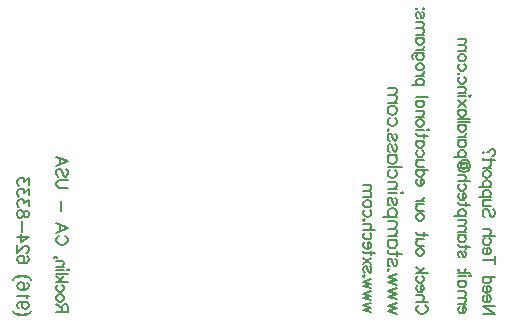
<source format=gbo>
*%FSLAX24Y24*%
*%MOIN*%
G01*
%ADD11C,0.0050*%
%ADD12C,0.0060*%
%ADD13C,0.0072*%
%ADD14C,0.0073*%
%ADD15C,0.0080*%
%ADD16C,0.0100*%
%ADD17C,0.0120*%
%ADD18C,0.0200*%
%ADD19C,0.0260*%
%ADD20C,0.0300*%
%ADD21C,0.0350*%
%ADD22C,0.0380*%
%ADD23C,0.0450*%
%ADD24C,0.0500*%
%ADD25C,0.0530*%
%ADD26C,0.0550*%
%ADD27C,0.0580*%
%ADD28C,0.0620*%
%ADD29C,0.0660*%
%ADD30C,0.0700*%
%ADD31C,0.0750*%
%ADD32C,0.0780*%
%ADD33C,0.0830*%
%ADD34C,0.0950*%
%ADD35C,0.1400*%
%ADD36C,0.1800*%
%ADD37C,0.1880*%
%ADD38R,0.0620X0.0620*%
%ADD39R,0.0700X0.0700*%
%ADD40R,0.0780X0.0780*%
G54D12*
X89518Y73865D02*
X89556Y73903D01*
X89518Y73865D02*
X89461Y73827D01*
X89385Y73789D01*
X89289Y73770D01*
X89213D01*
X89118Y73789D01*
X89042Y73827D01*
X88985Y73865D01*
X88947Y73903D01*
X89442Y73827D02*
X89518Y73865D01*
X89442Y73827D02*
X89385Y73808D01*
X89289Y73789D01*
X89213D01*
X89118Y73808D01*
X89061Y73827D01*
X88985Y73865D01*
X89289Y74208D02*
X89347Y74227D01*
X89289Y74208D02*
X89251Y74170D01*
X89232Y74113D01*
Y74094D01*
X89251Y74037D01*
X89289Y73999D01*
X89347Y73979D01*
X89366D01*
X89423Y73999D01*
X89461Y74037D01*
X89480Y74094D01*
Y74113D01*
X89461Y74170D01*
X89423Y74208D01*
X89347Y74227D01*
X89251D01*
X89156Y74208D01*
X89099Y74170D01*
X89080Y74113D01*
Y74075D01*
X89099Y74018D01*
X89137Y73999D01*
X89404Y74336D02*
X89423Y74374D01*
X89480Y74431D01*
X89080D01*
X89423Y74857D02*
X89461Y74838D01*
X89480Y74781D01*
Y74743D01*
X89461Y74686D01*
X89404Y74648D01*
X89309Y74629D01*
X89213D01*
X89137Y74648D01*
X89099Y74686D01*
X89080Y74743D01*
Y74762D01*
X89099Y74819D01*
X89137Y74857D01*
X89194Y74876D01*
X89213D01*
X89270Y74857D01*
X89309Y74819D01*
X89328Y74762D01*
Y74743D01*
X89309Y74686D01*
X89270Y74648D01*
X89213Y74629D01*
X89556Y74964D02*
X89518Y75002D01*
X89461Y75040D01*
X89385Y75078D01*
X89289Y75097D01*
X89213D01*
X89118Y75078D01*
X89042Y75040D01*
X88985Y75002D01*
X88947Y74964D01*
X89442Y75040D02*
X89518Y75002D01*
X89442Y75040D02*
X89385Y75059D01*
X89289Y75078D01*
X89213D01*
X89118Y75059D01*
X89061Y75040D01*
X88985Y75002D01*
X89423Y75737D02*
X89461Y75718D01*
X89480Y75661D01*
Y75623D01*
X89461Y75566D01*
X89404Y75528D01*
X89309Y75509D01*
X89213D01*
X89137Y75528D01*
X89099Y75566D01*
X89080Y75623D01*
Y75642D01*
X89099Y75699D01*
X89137Y75737D01*
X89194Y75756D01*
X89213D01*
X89270Y75737D01*
X89309Y75699D01*
X89328Y75642D01*
Y75623D01*
X89309Y75566D01*
X89270Y75528D01*
X89213Y75509D01*
X89385Y75863D02*
X89404D01*
X89442Y75882D01*
X89461Y75901D01*
X89480Y75939D01*
Y76015D01*
X89461Y76053D01*
X89442Y76072D01*
X89404Y76091D01*
X89366D01*
X89328Y76072D01*
X89270Y76034D01*
X89080Y75844D01*
Y76110D01*
X89213Y76200D02*
X89480Y76390D01*
X89213Y76486D02*
Y76200D01*
X89080Y76390D02*
X89480D01*
X89251Y76556D02*
Y76899D01*
X89461Y77055D02*
X89480Y77112D01*
X89461Y77055D02*
X89423Y77036D01*
X89385D01*
X89347Y77055D01*
X89328Y77093D01*
X89309Y77169D01*
X89289Y77226D01*
X89251Y77264D01*
X89213Y77284D01*
X89156D01*
X89118Y77264D01*
X89099Y77245D01*
X89080Y77188D01*
Y77112D01*
X89099Y77055D01*
X89118Y77036D01*
X89156Y77017D01*
X89213D01*
X89251Y77036D01*
X89289Y77074D01*
X89309Y77131D01*
X89328Y77207D01*
X89347Y77245D01*
X89385Y77264D01*
X89423D01*
X89461Y77245D01*
X89480Y77188D01*
Y77112D01*
Y77411D02*
Y77621D01*
X89328Y77506D01*
Y77563D01*
X89309Y77602D01*
X89289Y77621D01*
X89232Y77640D01*
X89194D01*
X89137Y77621D01*
X89099Y77583D01*
X89080Y77525D01*
Y77468D01*
X89099Y77411D01*
X89118Y77392D01*
X89156Y77373D01*
X89480Y77767D02*
Y77977D01*
X89328Y77862D01*
Y77920D01*
X89309Y77958D01*
X89289Y77977D01*
X89232Y77996D01*
X89194D01*
X89137Y77977D01*
X89099Y77939D01*
X89080Y77881D01*
Y77824D01*
X89099Y77767D01*
X89118Y77748D01*
X89156Y77729D01*
X89480Y78123D02*
Y78333D01*
X89328Y78219D01*
Y78276D01*
X89309Y78314D01*
X89289Y78333D01*
X89232Y78352D01*
X89194D01*
X89137Y78333D01*
X89099Y78295D01*
X89080Y78238D01*
Y78180D01*
X89099Y78123D01*
X89118Y78104D01*
X89156Y78085D01*
X100630Y73946D02*
X100897Y73870D01*
Y74022D02*
X100630Y73946D01*
Y74099D02*
X100897Y74022D01*
Y74175D02*
X100630Y74099D01*
Y74344D02*
X100897Y74268D01*
Y74420D02*
X100630Y74344D01*
Y74497D02*
X100897Y74420D01*
Y74573D02*
X100630Y74497D01*
Y74742D02*
X100897Y74666D01*
Y74818D02*
X100630Y74742D01*
Y74895D02*
X100897Y74818D01*
Y74971D02*
X100630Y74895D01*
X100649Y75064D02*
X100668Y75083D01*
X100649Y75064D02*
X100630Y75083D01*
X100649Y75102D01*
X100668Y75083D01*
X100839Y75399D02*
X100878Y75380D01*
X100897Y75323D01*
Y75266D01*
X100878Y75209D01*
X100839Y75190D01*
X100801Y75209D01*
X100782Y75247D01*
X100763Y75342D01*
X100744Y75380D01*
X100706Y75399D01*
X100687D01*
X100649Y75380D01*
X100630Y75323D01*
Y75266D01*
X100649Y75209D01*
X100687Y75190D01*
X100897Y75483D02*
X100630Y75692D01*
Y75483D02*
X100897Y75692D01*
X101030Y75833D02*
X100706D01*
X100649Y75852D01*
X100630Y75891D01*
Y75929D01*
X100897Y75910D02*
Y75776D01*
X100782Y75986D02*
Y76214D01*
X100820D01*
X100859Y76195D01*
X100878Y76176D01*
X100897Y76138D01*
Y76081D01*
X100878Y76043D01*
X100839Y76005D01*
X100782Y75986D01*
X100744D01*
X100687Y76005D01*
X100649Y76043D01*
X100630Y76081D01*
Y76138D01*
X100649Y76176D01*
X100687Y76214D01*
X100878Y76490D02*
X100839Y76528D01*
X100878Y76490D02*
X100897Y76452D01*
Y76395D01*
X100878Y76357D01*
X100839Y76319D01*
X100782Y76300D01*
X100744D01*
X100687Y76319D01*
X100649Y76357D01*
X100630Y76395D01*
Y76452D01*
X100649Y76490D01*
X100687Y76528D01*
X100630Y76614D02*
X101030D01*
X100878Y76671D02*
X100820Y76614D01*
X100878Y76671D02*
X100897Y76709D01*
Y76767D01*
X100878Y76805D01*
X100820Y76824D01*
X100630D01*
X100649Y76928D02*
X100668Y76947D01*
X100649Y76928D02*
X100630Y76947D01*
X100649Y76966D01*
X100668Y76947D01*
X100878Y77245D02*
X100839Y77283D01*
X100878Y77245D02*
X100897Y77206D01*
Y77149D01*
X100878Y77111D01*
X100839Y77073D01*
X100782Y77054D01*
X100744D01*
X100687Y77073D01*
X100649Y77111D01*
X100630Y77149D01*
Y77206D01*
X100649Y77245D01*
X100687Y77283D01*
X100878Y77425D02*
X100897Y77464D01*
X100878Y77425D02*
X100839Y77387D01*
X100782Y77368D01*
X100744D01*
X100687Y77387D01*
X100649Y77425D01*
X100630Y77464D01*
Y77521D01*
X100649Y77559D01*
X100687Y77597D01*
X100744Y77616D01*
X100782D01*
X100839Y77597D01*
X100878Y77559D01*
X100897Y77521D01*
Y77464D01*
Y77703D02*
X100630D01*
X100820D02*
X100878Y77761D01*
X100897Y77799D01*
Y77856D01*
X100878Y77894D01*
X100820Y77913D01*
X100630D01*
X100820D02*
X100878Y77970D01*
X100897Y78008D01*
Y78065D01*
X100878Y78103D01*
X100820Y78122D01*
X100630D01*
X102685Y74116D02*
X102723Y74097D01*
X102761Y74059D01*
X102780Y74020D01*
Y73944D01*
X102761Y73906D01*
X102723Y73868D01*
X102685Y73849D01*
X102628Y73830D01*
X102532D01*
X102475Y73849D01*
X102437Y73868D01*
X102399Y73906D01*
X102380Y73944D01*
Y74020D01*
X102399Y74059D01*
X102437Y74097D01*
X102475Y74116D01*
X102380Y74228D02*
X102780D01*
X102628Y74285D02*
X102570Y74228D01*
X102628Y74285D02*
X102647Y74323D01*
Y74380D01*
X102628Y74418D01*
X102570Y74437D01*
X102380D01*
X102532Y74542D02*
Y74771D01*
X102570D01*
X102609Y74752D01*
X102628Y74733D01*
X102647Y74695D01*
Y74637D01*
X102628Y74599D01*
X102589Y74561D01*
X102532Y74542D01*
X102494D01*
X102437Y74561D01*
X102399Y74599D01*
X102380Y74637D01*
Y74695D01*
X102399Y74733D01*
X102437Y74771D01*
X102628Y75047D02*
X102589Y75085D01*
X102628Y75047D02*
X102647Y75009D01*
Y74952D01*
X102628Y74914D01*
X102589Y74875D01*
X102532Y74856D01*
X102494D01*
X102437Y74875D01*
X102399Y74914D01*
X102380Y74952D01*
Y75009D01*
X102399Y75047D01*
X102437Y75085D01*
X102380Y75171D02*
X102780D01*
X102647Y75361D02*
X102456Y75171D01*
X102532Y75247D02*
X102380Y75380D01*
X102628Y75814D02*
X102647Y75852D01*
X102628Y75814D02*
X102589Y75776D01*
X102532Y75757D01*
X102494D01*
X102437Y75776D01*
X102399Y75814D01*
X102380Y75852D01*
Y75910D01*
X102399Y75948D01*
X102437Y75986D01*
X102494Y76005D01*
X102532D01*
X102589Y75986D01*
X102628Y75948D01*
X102647Y75910D01*
Y75852D01*
Y76092D02*
X102456D01*
X102399Y76111D01*
X102380Y76149D01*
Y76207D01*
X102399Y76245D01*
X102456Y76302D01*
X102380D02*
X102647D01*
X102780Y76464D02*
X102456D01*
X102399Y76483D01*
X102380Y76521D01*
Y76559D01*
X102647Y76540D02*
Y76407D01*
X102628Y76987D02*
X102647Y77026D01*
X102628Y76987D02*
X102589Y76949D01*
X102532Y76930D01*
X102494D01*
X102437Y76949D01*
X102399Y76987D01*
X102380Y77026D01*
Y77083D01*
X102399Y77121D01*
X102437Y77159D01*
X102494Y77178D01*
X102532D01*
X102589Y77159D01*
X102628Y77121D01*
X102647Y77083D01*
Y77026D01*
Y77265D02*
X102456D01*
X102399Y77284D01*
X102380Y77323D01*
Y77380D01*
X102399Y77418D01*
X102456Y77475D01*
X102380D02*
X102647D01*
Y77580D02*
X102380D01*
X102532D02*
X102589Y77599D01*
X102628Y77637D01*
X102647Y77675D01*
Y77732D01*
X102532Y78082D02*
Y78311D01*
X102570D01*
X102609Y78292D01*
X102628Y78273D01*
X102647Y78235D01*
Y78178D01*
X102628Y78140D01*
X102589Y78101D01*
X102532Y78082D01*
X102494D01*
X102437Y78101D01*
X102399Y78140D01*
X102380Y78178D01*
Y78235D01*
X102399Y78273D01*
X102437Y78311D01*
X102380Y78625D02*
X102780D01*
X102628Y78587D02*
X102589Y78625D01*
X102628Y78587D02*
X102647Y78549D01*
Y78492D01*
X102628Y78454D01*
X102589Y78416D01*
X102532Y78397D01*
X102494D01*
X102437Y78416D01*
X102399Y78454D01*
X102380Y78492D01*
Y78549D01*
X102399Y78587D01*
X102437Y78625D01*
X102456Y78732D02*
X102647D01*
X102456D02*
X102399Y78751D01*
X102380Y78789D01*
Y78846D01*
X102399Y78884D01*
X102456Y78941D01*
X102380D02*
X102647D01*
X102628Y79236D02*
X102589Y79275D01*
X102628Y79236D02*
X102647Y79198D01*
Y79141D01*
X102628Y79103D01*
X102589Y79065D01*
X102532Y79046D01*
X102494D01*
X102437Y79065D01*
X102399Y79103D01*
X102380Y79141D01*
Y79198D01*
X102399Y79236D01*
X102437Y79275D01*
X102380Y79589D02*
X102647D01*
X102628Y79551D02*
X102589Y79589D01*
X102628Y79551D02*
X102647Y79513D01*
Y79455D01*
X102628Y79417D01*
X102589Y79379D01*
X102532Y79360D01*
X102494D01*
X102437Y79379D01*
X102399Y79417D01*
X102380Y79455D01*
Y79513D01*
X102399Y79551D01*
X102437Y79589D01*
X102456Y79753D02*
X102780D01*
X102456D02*
X102399Y79772D01*
X102380Y79810D01*
Y79848D01*
X102647Y79829D02*
Y79695D01*
X102780Y79943D02*
X102761Y79962D01*
X102780Y79981D01*
X102799Y79962D01*
X102780Y79943D01*
X102647Y79962D02*
X102380D01*
X102628Y80109D02*
X102647Y80147D01*
X102628Y80109D02*
X102589Y80071D01*
X102532Y80052D01*
X102494D01*
X102437Y80071D01*
X102399Y80109D01*
X102380Y80147D01*
Y80204D01*
X102399Y80242D01*
X102437Y80280D01*
X102494Y80299D01*
X102532D01*
X102589Y80280D01*
X102628Y80242D01*
X102647Y80204D01*
Y80147D01*
Y80387D02*
X102380D01*
X102570D02*
X102628Y80444D01*
X102647Y80482D01*
Y80539D01*
X102628Y80577D01*
X102570Y80596D01*
X102380D01*
Y80929D02*
X102647D01*
X102628Y80891D02*
X102589Y80929D01*
X102628Y80891D02*
X102647Y80853D01*
Y80796D01*
X102628Y80758D01*
X102589Y80720D01*
X102532Y80701D01*
X102494D01*
X102437Y80720D01*
X102399Y80758D01*
X102380Y80796D01*
Y80853D01*
X102399Y80891D01*
X102437Y80929D01*
X102380Y81036D02*
X102780D01*
X102647Y81434D02*
X102247D01*
X102589D02*
X102628Y81472D01*
X102647Y81510D01*
Y81567D01*
X102628Y81605D01*
X102589Y81644D01*
X102532Y81663D01*
X102494D01*
X102437Y81644D01*
X102399Y81605D01*
X102380Y81567D01*
Y81510D01*
X102399Y81472D01*
X102437Y81434D01*
X102380Y81748D02*
X102647D01*
X102589Y81767D02*
X102532Y81748D01*
X102589Y81767D02*
X102628Y81805D01*
X102647Y81844D01*
Y81901D01*
X102628Y81994D02*
X102647Y82032D01*
X102628Y81994D02*
X102589Y81956D01*
X102532Y81937D01*
X102494D01*
X102437Y81956D01*
X102399Y81994D01*
X102380Y82032D01*
Y82089D01*
X102399Y82127D01*
X102437Y82165D01*
X102494Y82184D01*
X102532D01*
X102589Y82165D01*
X102628Y82127D01*
X102647Y82089D01*
Y82032D01*
Y82501D02*
X102342D01*
X102285Y82481D01*
X102266Y82462D01*
X102247Y82424D01*
Y82367D01*
X102266Y82329D01*
X102589Y82501D02*
X102628Y82462D01*
X102647Y82424D01*
Y82367D01*
X102628Y82329D01*
X102589Y82291D01*
X102532Y82272D01*
X102494D01*
X102437Y82291D01*
X102399Y82329D01*
X102380Y82367D01*
Y82424D01*
X102399Y82462D01*
X102437Y82501D01*
X102380Y82607D02*
X102647D01*
X102589Y82626D02*
X102532Y82607D01*
X102589Y82626D02*
X102628Y82664D01*
X102647Y82702D01*
Y82760D01*
Y83024D02*
X102380D01*
X102589D02*
X102628Y82986D01*
X102647Y82948D01*
Y82891D01*
X102628Y82853D01*
X102589Y82815D01*
X102532Y82796D01*
X102494D01*
X102437Y82815D01*
X102399Y82853D01*
X102380Y82891D01*
Y82948D01*
X102399Y82986D01*
X102437Y83024D01*
X102380Y83131D02*
X102647D01*
X102628Y83188D02*
X102570Y83131D01*
X102628Y83188D02*
X102647Y83226D01*
Y83283D01*
X102628Y83321D01*
X102570Y83340D01*
X102380D01*
X102570D02*
X102628Y83397D01*
X102647Y83436D01*
Y83493D01*
X102628Y83531D01*
X102570Y83550D01*
X102380D01*
X102589Y83885D02*
X102628Y83866D01*
X102647Y83809D01*
Y83752D01*
X102628Y83695D01*
X102589Y83675D01*
X102551Y83695D01*
X102532Y83733D01*
X102513Y83828D01*
X102494Y83866D01*
X102456Y83885D01*
X102437D01*
X102399Y83866D01*
X102380Y83809D01*
Y83752D01*
X102399Y83695D01*
X102437Y83675D01*
X102628Y83969D02*
X102647Y83988D01*
X102628Y83969D02*
X102609Y83988D01*
X102628Y84007D01*
X102647Y83988D01*
X102418D02*
X102399Y83969D01*
X102380Y83988D01*
X102399Y84007D01*
X102418Y83988D01*
X90780Y73870D02*
X90380D01*
X90780D02*
Y74041D01*
X90761Y74099D01*
X90742Y74118D01*
X90704Y74137D01*
X90666D01*
X90628Y74118D01*
X90609Y74099D01*
X90589Y74041D01*
Y73870D01*
Y74003D02*
X90380Y74137D01*
X90628Y74283D02*
X90647Y74321D01*
X90628Y74283D02*
X90589Y74245D01*
X90532Y74226D01*
X90494D01*
X90437Y74245D01*
X90399Y74283D01*
X90380Y74321D01*
Y74378D01*
X90399Y74417D01*
X90437Y74455D01*
X90494Y74474D01*
X90532D01*
X90589Y74455D01*
X90628Y74417D01*
X90647Y74378D01*
Y74321D01*
X90628Y74752D02*
X90589Y74790D01*
X90628Y74752D02*
X90647Y74714D01*
Y74656D01*
X90628Y74618D01*
X90589Y74580D01*
X90532Y74561D01*
X90494D01*
X90437Y74580D01*
X90399Y74618D01*
X90380Y74656D01*
Y74714D01*
X90399Y74752D01*
X90437Y74790D01*
X90380Y74876D02*
X90780D01*
X90647Y75066D02*
X90456Y74876D01*
X90532Y74952D02*
X90380Y75085D01*
Y75148D02*
X90780D01*
Y75270D02*
X90761Y75289D01*
X90780Y75308D01*
X90799Y75289D01*
X90780Y75270D01*
X90647Y75289D02*
X90380D01*
Y75378D02*
X90647D01*
X90628Y75435D02*
X90570Y75378D01*
X90628Y75435D02*
X90647Y75473D01*
Y75531D01*
X90628Y75569D01*
X90570Y75588D01*
X90380D01*
Y75712D02*
X90399Y75731D01*
X90380Y75712D02*
X90399Y75692D01*
X90418Y75712D01*
X90399Y75731D01*
X90361D01*
X90323Y75712D01*
X90304Y75692D01*
X90685Y76418D02*
X90723Y76399D01*
X90761Y76361D01*
X90780Y76323D01*
Y76247D01*
X90761Y76209D01*
X90723Y76170D01*
X90685Y76151D01*
X90628Y76132D01*
X90532D01*
X90475Y76151D01*
X90437Y76170D01*
X90399Y76209D01*
X90380Y76247D01*
Y76323D01*
X90399Y76361D01*
X90437Y76399D01*
X90475Y76418D01*
X90780Y76683D02*
X90380Y76835D01*
Y76530D02*
X90780Y76683D01*
X90513Y76588D02*
Y76778D01*
X90551Y77243D02*
Y77585D01*
X90494Y78018D02*
X90780D01*
X90494D02*
X90437Y78037D01*
X90399Y78075D01*
X90380Y78132D01*
Y78170D01*
X90399Y78227D01*
X90437Y78265D01*
X90494Y78284D01*
X90780D01*
X90761Y78623D02*
X90723Y78661D01*
X90761Y78623D02*
X90780Y78566D01*
Y78490D01*
X90761Y78433D01*
X90723Y78395D01*
X90685D01*
X90647Y78414D01*
X90628Y78433D01*
X90609Y78471D01*
X90570Y78585D01*
X90551Y78623D01*
X90532Y78642D01*
X90494Y78661D01*
X90437D01*
X90399Y78623D01*
X90380Y78566D01*
Y78490D01*
X90399Y78433D01*
X90437Y78395D01*
X90780Y78903D02*
X90380Y79056D01*
Y78751D02*
X90780Y78903D01*
X90513Y78808D02*
Y78998D01*
X104610Y73830D02*
X105010D01*
X104610Y74097D01*
X105010D01*
X104762Y74207D02*
Y74436D01*
X104800D01*
X104839Y74417D01*
X104858Y74398D01*
X104877Y74359D01*
Y74302D01*
X104858Y74264D01*
X104819Y74226D01*
X104762Y74207D01*
X104724D01*
X104667Y74226D01*
X104629Y74264D01*
X104610Y74302D01*
Y74359D01*
X104629Y74398D01*
X104667Y74436D01*
X104762Y74521D02*
Y74750D01*
X104800D01*
X104839Y74731D01*
X104858Y74712D01*
X104877Y74674D01*
Y74616D01*
X104858Y74578D01*
X104819Y74540D01*
X104762Y74521D01*
X104724D01*
X104667Y74540D01*
X104629Y74578D01*
X104610Y74616D01*
Y74674D01*
X104629Y74712D01*
X104667Y74750D01*
X104610Y75064D02*
X105010D01*
X104858Y75026D02*
X104819Y75064D01*
X104858Y75026D02*
X104877Y74988D01*
Y74931D01*
X104858Y74893D01*
X104819Y74855D01*
X104762Y74836D01*
X104724D01*
X104667Y74855D01*
X104629Y74893D01*
X104610Y74931D01*
Y74988D01*
X104629Y75026D01*
X104667Y75064D01*
X104610Y75618D02*
X105010D01*
Y75485D02*
Y75751D01*
X104762Y75799D02*
Y76028D01*
X104800D01*
X104839Y76009D01*
X104858Y75990D01*
X104877Y75951D01*
Y75894D01*
X104858Y75856D01*
X104819Y75818D01*
X104762Y75799D01*
X104724D01*
X104667Y75818D01*
X104629Y75856D01*
X104610Y75894D01*
Y75951D01*
X104629Y75990D01*
X104667Y76028D01*
X104858Y76304D02*
X104819Y76342D01*
X104858Y76304D02*
X104877Y76266D01*
Y76209D01*
X104858Y76170D01*
X104819Y76132D01*
X104762Y76113D01*
X104724D01*
X104667Y76132D01*
X104629Y76170D01*
X104610Y76209D01*
Y76266D01*
X104629Y76304D01*
X104667Y76342D01*
X104610Y76428D02*
X105010D01*
X104858Y76485D02*
X104800Y76428D01*
X104858Y76485D02*
X104877Y76523D01*
Y76580D01*
X104858Y76618D01*
X104800Y76637D01*
X104610D01*
X104991Y77284D02*
X104953Y77323D01*
X104991Y77284D02*
X105010Y77227D01*
Y77151D01*
X104991Y77094D01*
X104953Y77056D01*
X104915D01*
X104877Y77075D01*
X104858Y77094D01*
X104839Y77132D01*
X104800Y77246D01*
X104781Y77284D01*
X104762Y77304D01*
X104724Y77323D01*
X104667D01*
X104629Y77284D01*
X104610Y77227D01*
Y77151D01*
X104629Y77094D01*
X104667Y77056D01*
X104686Y77412D02*
X104877D01*
X104686D02*
X104629Y77431D01*
X104610Y77469D01*
Y77526D01*
X104629Y77564D01*
X104686Y77622D01*
X104610D02*
X104877D01*
Y77726D02*
X104477D01*
X104819D02*
X104858Y77764D01*
X104877Y77802D01*
Y77860D01*
X104858Y77898D01*
X104819Y77936D01*
X104762Y77955D01*
X104724D01*
X104667Y77936D01*
X104629Y77898D01*
X104610Y77860D01*
Y77802D01*
X104629Y77764D01*
X104667Y77726D01*
X104477Y78041D02*
X104877D01*
X104858Y78079D02*
X104819Y78041D01*
X104858Y78079D02*
X104877Y78117D01*
Y78174D01*
X104858Y78212D01*
X104819Y78250D01*
X104762Y78269D01*
X104724D01*
X104667Y78250D01*
X104629Y78212D01*
X104610Y78174D01*
Y78117D01*
X104629Y78079D01*
X104667Y78041D01*
X104858Y78412D02*
X104877Y78450D01*
X104858Y78412D02*
X104819Y78374D01*
X104762Y78355D01*
X104724D01*
X104667Y78374D01*
X104629Y78412D01*
X104610Y78450D01*
Y78507D01*
X104629Y78545D01*
X104667Y78583D01*
X104724Y78602D01*
X104762D01*
X104819Y78583D01*
X104858Y78545D01*
X104877Y78507D01*
Y78450D01*
Y78690D02*
X104610D01*
X104762D02*
X104819Y78709D01*
X104858Y78747D01*
X104877Y78785D01*
Y78842D01*
X105010Y78936D02*
X104686D01*
X104629Y78955D01*
X104610Y78993D01*
Y79031D01*
X104877Y79012D02*
Y78878D01*
X104915Y79088D02*
X104934D01*
X104972Y79107D01*
X104991Y79126D01*
X105010Y79164D01*
Y79240D01*
X104991Y79278D01*
X104972Y79297D01*
X104934Y79316D01*
X104896D01*
X104858Y79297D01*
X104839Y79278D01*
X104800Y79202D01*
X104743D01*
X104648D02*
X104629Y79183D01*
X104610Y79202D01*
X104629Y79221D01*
X104648Y79202D01*
X103932Y74069D02*
Y73840D01*
Y74069D02*
X103970D01*
X104009Y74049D01*
X104028Y74030D01*
X104047Y73992D01*
Y73935D01*
X104028Y73897D01*
X103989Y73859D01*
X103932Y73840D01*
X103894D01*
X103837Y73859D01*
X103799Y73897D01*
X103780Y73935D01*
Y73992D01*
X103799Y74030D01*
X103837Y74069D01*
X103780Y74154D02*
X104047D01*
X104028Y74211D02*
X103970Y74154D01*
X104028Y74211D02*
X104047Y74249D01*
Y74307D01*
X104028Y74345D01*
X103970Y74364D01*
X103780D01*
X103970D02*
X104028Y74421D01*
X104047Y74459D01*
Y74516D01*
X104028Y74554D01*
X103970Y74573D01*
X103780D01*
Y74927D02*
X104047D01*
X104028Y74889D02*
X103989Y74927D01*
X104028Y74889D02*
X104047Y74851D01*
Y74794D01*
X104028Y74756D01*
X103989Y74718D01*
X103932Y74699D01*
X103894D01*
X103837Y74718D01*
X103799Y74756D01*
X103780Y74794D01*
Y74851D01*
X103799Y74889D01*
X103837Y74927D01*
X104161Y75091D02*
X104180Y75072D01*
X104161Y75091D02*
X104180Y75110D01*
X104199Y75091D01*
X104180Y75072D01*
X104047Y75091D02*
X103780D01*
Y75181D02*
X104180D01*
X104047Y75284D02*
X104028Y75264D01*
X104009Y75284D01*
X104028Y75303D01*
X104047Y75284D01*
X103818D02*
X103799Y75264D01*
X103780Y75284D01*
X103799Y75303D01*
X103818Y75284D01*
X104028Y75895D02*
X103989Y75914D01*
X104028Y75895D02*
X104047Y75838D01*
Y75781D01*
X104028Y75723D01*
X103989Y75704D01*
X103951Y75723D01*
X103932Y75761D01*
X103913Y75857D01*
X103894Y75895D01*
X103856Y75914D01*
X103837D01*
X103799Y75895D01*
X103780Y75838D01*
Y75781D01*
X103799Y75723D01*
X103837Y75704D01*
X103856Y76055D02*
X104180D01*
X103856D02*
X103799Y76074D01*
X103780Y76112D01*
Y76150D01*
X104047Y76131D02*
Y75998D01*
Y76436D02*
X103780D01*
X103989D02*
X104028Y76398D01*
X104047Y76359D01*
Y76302D01*
X104028Y76264D01*
X103989Y76226D01*
X103932Y76207D01*
X103894D01*
X103837Y76226D01*
X103799Y76264D01*
X103780Y76302D01*
Y76359D01*
X103799Y76398D01*
X103837Y76436D01*
X103780Y76542D02*
X104047D01*
X104028Y76599D02*
X103970Y76542D01*
X104028Y76599D02*
X104047Y76637D01*
Y76695D01*
X104028Y76733D01*
X103970Y76752D01*
X103780D01*
X103970D02*
X104028Y76809D01*
X104047Y76847D01*
Y76904D01*
X104028Y76942D01*
X103970Y76961D01*
X103780D01*
X103647Y77087D02*
X104047D01*
X104028Y77125D02*
X103989Y77087D01*
X104028Y77125D02*
X104047Y77163D01*
Y77220D01*
X104028Y77258D01*
X103989Y77296D01*
X103932Y77315D01*
X103894D01*
X103837Y77296D01*
X103799Y77258D01*
X103780Y77220D01*
Y77163D01*
X103799Y77125D01*
X103837Y77087D01*
X103856Y77458D02*
X104180D01*
X103856D02*
X103799Y77477D01*
X103780Y77515D01*
Y77553D01*
X104047Y77534D02*
Y77401D01*
X103932Y77611D02*
Y77839D01*
X103970D01*
X104009Y77820D01*
X104028Y77801D01*
X104047Y77763D01*
Y77706D01*
X104028Y77668D01*
X103989Y77630D01*
X103932Y77611D01*
X103894D01*
X103837Y77630D01*
X103799Y77668D01*
X103780Y77706D01*
Y77763D01*
X103799Y77801D01*
X103837Y77839D01*
X104028Y78115D02*
X103989Y78153D01*
X104028Y78115D02*
X104047Y78077D01*
Y78020D01*
X104028Y77982D01*
X103989Y77944D01*
X103932Y77925D01*
X103894D01*
X103837Y77944D01*
X103799Y77982D01*
X103780Y78020D01*
Y78077D01*
X103799Y78115D01*
X103837Y78153D01*
X103780Y78239D02*
X104180D01*
X104028Y78296D02*
X103970Y78239D01*
X104028Y78296D02*
X104047Y78334D01*
Y78391D01*
X104028Y78429D01*
X103970Y78449D01*
X103780D01*
X104028Y78839D02*
X104066Y78820D01*
X104085Y78782D01*
Y78725D01*
X104066Y78687D01*
X104047Y78668D01*
X103989Y78648D01*
X103932D01*
X103894Y78668D01*
X103875Y78706D01*
Y78763D01*
X103894Y78801D01*
X103932Y78820D01*
X104047Y78687D02*
X104085Y78725D01*
X104047Y78687D02*
X103989Y78668D01*
X103932D01*
X103894Y78687D01*
X103875Y78706D01*
X103932Y78820D02*
X104085Y78839D01*
X103932Y78820D02*
X103894D01*
X103875Y78858D01*
Y78896D01*
X103913Y78934D01*
X103970Y78953D01*
X104009D01*
X104066Y78934D01*
X104104Y78915D01*
X104142Y78877D01*
X104161Y78839D01*
X104180Y78782D01*
Y78725D01*
X104161Y78668D01*
X104142Y78629D01*
X104104Y78591D01*
X104066Y78572D01*
X104009Y78553D01*
X103951D01*
X103894Y78572D01*
X103856Y78591D01*
X103818Y78629D01*
X103799Y78668D01*
X103780Y78725D01*
Y78782D01*
X103799Y78839D01*
X103818Y78877D01*
X103837Y78896D01*
X103932Y78839D02*
X104085Y78858D01*
X103932Y78839D02*
X103894D01*
X103875Y78858D01*
X104047Y79056D02*
X103647D01*
X103989D02*
X104028Y79094D01*
X104047Y79132D01*
Y79189D01*
X104028Y79227D01*
X103989Y79266D01*
X103932Y79285D01*
X103894D01*
X103837Y79266D01*
X103799Y79227D01*
X103780Y79189D01*
Y79132D01*
X103799Y79094D01*
X103837Y79056D01*
X103780Y79599D02*
X104047D01*
X104028Y79561D02*
X103989Y79599D01*
X104028Y79561D02*
X104047Y79523D01*
Y79465D01*
X104028Y79427D01*
X103989Y79389D01*
X103932Y79370D01*
X103894D01*
X103837Y79389D01*
X103799Y79427D01*
X103780Y79465D01*
Y79523D01*
X103799Y79561D01*
X103837Y79599D01*
X103780Y79705D02*
X104047D01*
X103989Y79724D02*
X103932Y79705D01*
X103989Y79724D02*
X104028Y79763D01*
X104047Y79801D01*
Y79858D01*
Y80122D02*
X103780D01*
X103989D02*
X104028Y80084D01*
X104047Y80046D01*
Y79989D01*
X104028Y79951D01*
X103989Y79913D01*
X103932Y79894D01*
X103894D01*
X103837Y79913D01*
X103799Y79951D01*
X103780Y79989D01*
Y80046D01*
X103799Y80084D01*
X103837Y80122D01*
X103780Y80229D02*
X104180D01*
Y80313D02*
X103780D01*
Y80625D02*
X104047D01*
X104028Y80587D02*
X103989Y80625D01*
X104028Y80587D02*
X104047Y80549D01*
Y80492D01*
X104028Y80454D01*
X103989Y80416D01*
X103932Y80397D01*
X103894D01*
X103837Y80416D01*
X103799Y80454D01*
X103780Y80492D01*
Y80549D01*
X103799Y80587D01*
X103837Y80625D01*
X104047Y80732D02*
X103780Y80941D01*
Y80732D02*
X104047Y80941D01*
X104180Y81063D02*
X104161Y81082D01*
X104180Y81101D01*
X104199Y81082D01*
X104180Y81063D01*
X104047Y81082D02*
X103780D01*
Y81172D02*
X104047D01*
X104028Y81229D02*
X103970Y81172D01*
X104028Y81229D02*
X104047Y81267D01*
Y81324D01*
X104028Y81362D01*
X103970Y81381D01*
X103780D01*
X104028Y81676D02*
X103989Y81714D01*
X104028Y81676D02*
X104047Y81638D01*
Y81581D01*
X104028Y81543D01*
X103989Y81505D01*
X103932Y81486D01*
X103894D01*
X103837Y81505D01*
X103799Y81543D01*
X103780Y81581D01*
Y81638D01*
X103799Y81676D01*
X103837Y81714D01*
X103799Y81800D02*
X103818Y81819D01*
X103799Y81800D02*
X103780Y81819D01*
X103799Y81838D01*
X103818Y81819D01*
X104028Y82116D02*
X103989Y82154D01*
X104028Y82116D02*
X104047Y82078D01*
Y82021D01*
X104028Y81983D01*
X103989Y81945D01*
X103932Y81926D01*
X103894D01*
X103837Y81945D01*
X103799Y81983D01*
X103780Y82021D01*
Y82078D01*
X103799Y82116D01*
X103837Y82154D01*
X104028Y82297D02*
X104047Y82335D01*
X104028Y82297D02*
X103989Y82259D01*
X103932Y82240D01*
X103894D01*
X103837Y82259D01*
X103799Y82297D01*
X103780Y82335D01*
Y82392D01*
X103799Y82431D01*
X103837Y82469D01*
X103894Y82488D01*
X103932D01*
X103989Y82469D01*
X104028Y82431D01*
X104047Y82392D01*
Y82335D01*
Y82575D02*
X103780D01*
X103970D02*
X104028Y82632D01*
X104047Y82670D01*
Y82728D01*
X104028Y82766D01*
X103970Y82785D01*
X103780D01*
X103970D02*
X104028Y82842D01*
X104047Y82880D01*
Y82937D01*
X104028Y82975D01*
X103970Y82994D01*
X103780D01*
G54D13*
X101432Y73914D02*
X101752Y73822D01*
Y74005D02*
X101432Y73914D01*
Y74097D02*
X101752Y74005D01*
Y74188D02*
X101432Y74097D01*
Y74391D02*
X101752Y74300D01*
Y74483D02*
X101432Y74391D01*
Y74574D02*
X101752Y74483D01*
Y74666D02*
X101432Y74574D01*
Y74869D02*
X101752Y74778D01*
Y74960D02*
X101432Y74869D01*
Y75052D02*
X101752Y74960D01*
Y75143D02*
X101432Y75052D01*
X101455Y75255D02*
X101478Y75278D01*
X101455Y75255D02*
X101432Y75278D01*
X101455Y75301D01*
X101478Y75278D01*
X101684Y75657D02*
X101729Y75635D01*
X101752Y75566D01*
Y75497D01*
X101729Y75429D01*
X101684Y75406D01*
X101638Y75429D01*
X101615Y75475D01*
X101592Y75589D01*
X101569Y75635D01*
X101524Y75657D01*
X101501D01*
X101455Y75635D01*
X101432Y75566D01*
Y75497D01*
X101455Y75429D01*
X101501Y75406D01*
X101524Y75826D02*
X101912D01*
X101524D02*
X101455Y75849D01*
X101432Y75895D01*
Y75941D01*
X101752Y75918D02*
Y75758D01*
Y76284D02*
X101432D01*
X101684D02*
X101729Y76238D01*
X101752Y76192D01*
Y76124D01*
X101729Y76078D01*
X101684Y76032D01*
X101615Y76009D01*
X101569D01*
X101501Y76032D01*
X101455Y76078D01*
X101432Y76124D01*
Y76192D01*
X101455Y76238D01*
X101501Y76284D01*
X101432Y76412D02*
X101752D01*
X101729Y76480D02*
X101661Y76412D01*
X101729Y76480D02*
X101752Y76526D01*
Y76594D01*
X101729Y76640D01*
X101661Y76663D01*
X101432D01*
X101661D02*
X101729Y76731D01*
X101752Y76777D01*
Y76846D01*
X101729Y76891D01*
X101661Y76914D01*
X101432D01*
X101272Y77065D02*
X101752D01*
X101729Y77111D02*
X101684Y77065D01*
X101729Y77111D02*
X101752Y77156D01*
Y77225D01*
X101729Y77271D01*
X101684Y77316D01*
X101615Y77339D01*
X101569D01*
X101501Y77316D01*
X101455Y77271D01*
X101432Y77225D01*
Y77156D01*
X101455Y77111D01*
X101501Y77065D01*
X101729Y77671D02*
X101684Y77694D01*
X101729Y77671D02*
X101752Y77602D01*
Y77534D01*
X101729Y77465D01*
X101684Y77442D01*
X101638Y77465D01*
X101615Y77511D01*
X101592Y77625D01*
X101569Y77671D01*
X101524Y77694D01*
X101501D01*
X101455Y77671D01*
X101432Y77602D01*
Y77534D01*
X101455Y77465D01*
X101501Y77442D01*
X101912Y77840D02*
X101889Y77863D01*
X101912Y77885D01*
X101935Y77863D01*
X101912Y77840D01*
X101752Y77863D02*
X101432D01*
Y77970D02*
X101752D01*
X101729Y78039D02*
X101661Y77970D01*
X101729Y78039D02*
X101752Y78084D01*
Y78153D01*
X101729Y78199D01*
X101661Y78221D01*
X101432D01*
X101729Y78576D02*
X101684Y78621D01*
X101729Y78576D02*
X101752Y78530D01*
Y78461D01*
X101729Y78416D01*
X101684Y78370D01*
X101615Y78347D01*
X101569D01*
X101501Y78370D01*
X101455Y78416D01*
X101432Y78461D01*
Y78530D01*
X101455Y78576D01*
X101501Y78621D01*
X101432Y78724D02*
X101912D01*
X101752Y79099D02*
X101432D01*
X101684D02*
X101729Y79053D01*
X101752Y79008D01*
Y78939D01*
X101729Y78893D01*
X101684Y78848D01*
X101615Y78825D01*
X101569D01*
X101501Y78848D01*
X101455Y78893D01*
X101432Y78939D01*
Y79008D01*
X101455Y79053D01*
X101501Y79099D01*
X101684Y79478D02*
X101729Y79455D01*
X101752Y79387D01*
Y79318D01*
X101729Y79250D01*
X101684Y79227D01*
X101638Y79250D01*
X101615Y79295D01*
X101592Y79410D01*
X101569Y79455D01*
X101524Y79478D01*
X101501D01*
X101455Y79455D01*
X101432Y79387D01*
Y79318D01*
X101455Y79250D01*
X101501Y79227D01*
X101729Y79807D02*
X101684Y79830D01*
X101729Y79807D02*
X101752Y79739D01*
Y79670D01*
X101729Y79602D01*
X101684Y79579D01*
X101638Y79602D01*
X101615Y79647D01*
X101592Y79762D01*
X101569Y79807D01*
X101524Y79830D01*
X101501D01*
X101455Y79807D01*
X101432Y79739D01*
Y79670D01*
X101455Y79602D01*
X101501Y79579D01*
X101455Y79931D02*
X101478Y79954D01*
X101455Y79931D02*
X101432Y79954D01*
X101455Y79976D01*
X101478Y79954D01*
X101729Y80310D02*
X101684Y80356D01*
X101729Y80310D02*
X101752Y80264D01*
Y80196D01*
X101729Y80150D01*
X101684Y80104D01*
X101615Y80082D01*
X101569D01*
X101501Y80104D01*
X101455Y80150D01*
X101432Y80196D01*
Y80264D01*
X101455Y80310D01*
X101501Y80356D01*
X101729Y80527D02*
X101752Y80573D01*
X101729Y80527D02*
X101684Y80481D01*
X101615Y80459D01*
X101569D01*
X101501Y80481D01*
X101455Y80527D01*
X101432Y80573D01*
Y80641D01*
X101455Y80687D01*
X101501Y80733D01*
X101569Y80756D01*
X101615D01*
X101684Y80733D01*
X101729Y80687D01*
X101752Y80641D01*
Y80573D01*
Y80861D02*
X101432D01*
X101661D02*
X101729Y80929D01*
X101752Y80975D01*
Y81044D01*
X101729Y81089D01*
X101661Y81112D01*
X101432D01*
X101661D02*
X101729Y81181D01*
X101752Y81226D01*
Y81295D01*
X101729Y81341D01*
X101661Y81364D01*
X101432D01*
D02*
M02*

</source>
